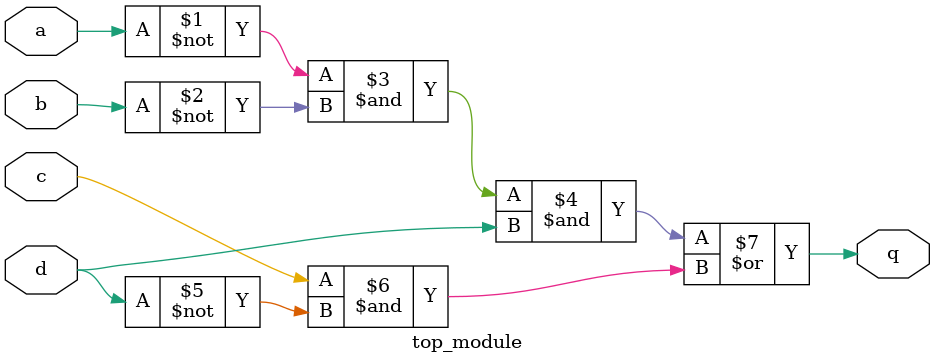
<source format=sv>
module top_module (
    input a,
    input b,
    input c,
    input d,
    output q
);

    // Logic implementation

    assign q = (~a & ~b & d) | (c & ~d);

endmodule

</source>
